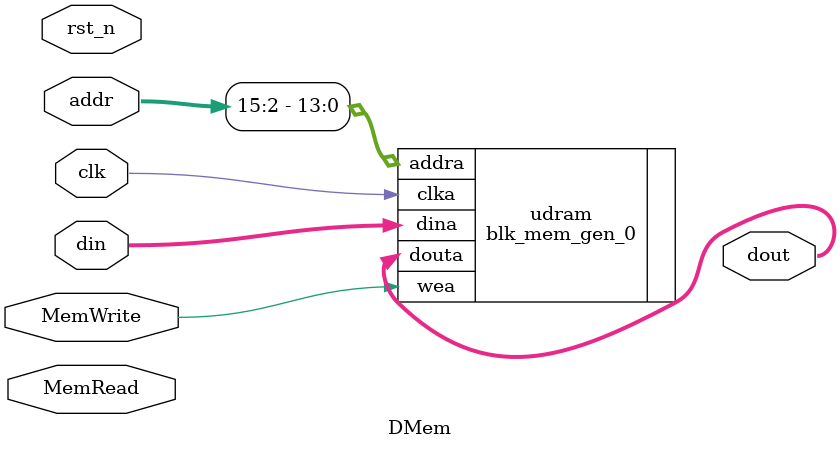
<source format=v>
module DMem(
 input clk, 
 input rst_n,
input MemRead,MemWrite,
 input [31:0] addr, 
input [31:0] din,
 output [31:0] dout
 );
 blk_mem_gen_0 udram(.clka(clk), .wea(MemWrite), .addra(addr[15:2]), .dina(din), .douta(dout));
endmodule
</source>
